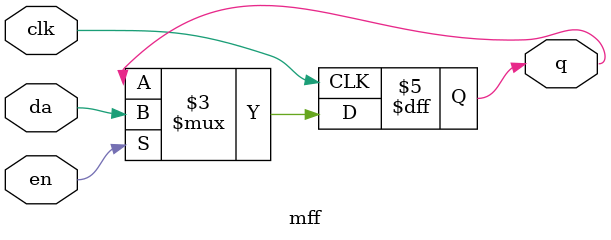
<source format=v>
/*
* "Cell MFF"                                                            *
*/
module mff (q, clk, en, da);

    input
        clk, en, da;

    output
        q;
reg q;


always @ (posedge clk )
  if (en)  q = #5 da;

endmodule

</source>
